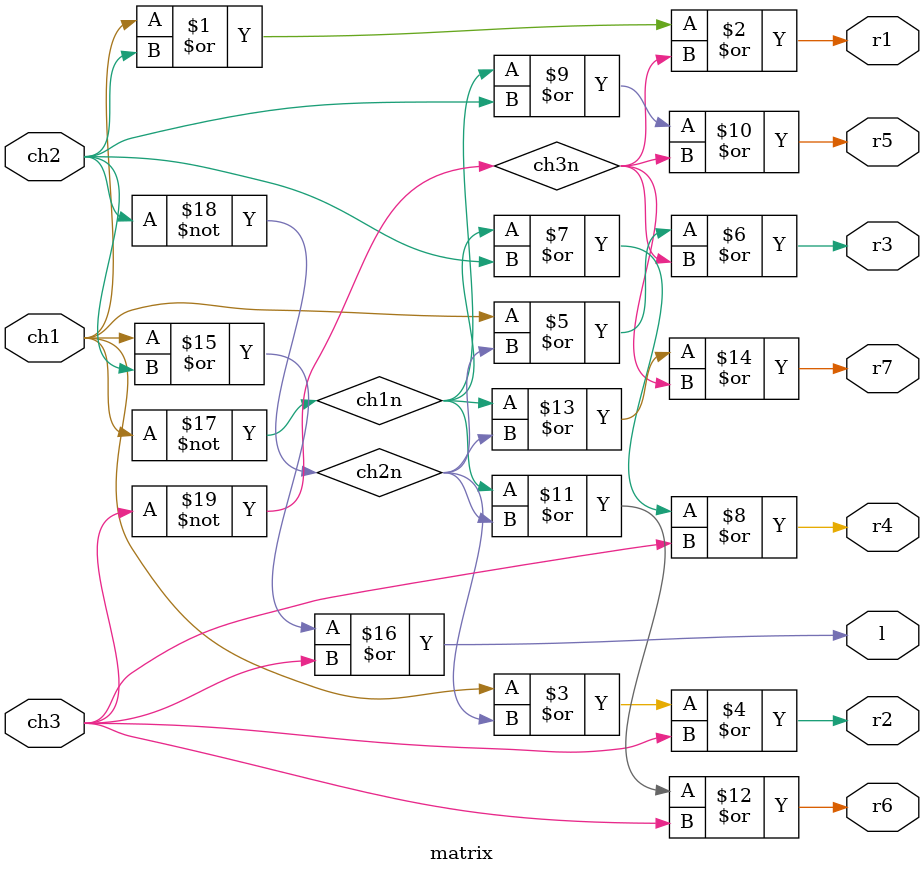
<source format=v>
module matrix (ch1, ch2, ch3, r1, r2, r3, r4, r5, r6, r7, l);
	input ch1, ch2, ch3;							// MSB → LSB
	output r1, r2, r3, r4, r5, r6, r7, l;
	
	wire ch1n, ch2n, ch3n;
	
	not(ch1n, ch1);
	not(ch2n, ch2);
	not(ch3n, ch3);
	
	or(r1, ch1, ch2, ch3n);						// first row
	or(r2, ch1, ch2n, ch3);
	or(r3, ch1, ch2n, ch3n);
	or(r4, ch1n, ch2, ch3);
	or(r5, ch1n, ch2, ch3n);
	or(r6, ch1n, ch2n, ch3);
	or(r7, ch1n, ch2n, ch3n);		// last row

	or(l, ch1, ch2, ch3);			// display
endmodule
</source>
